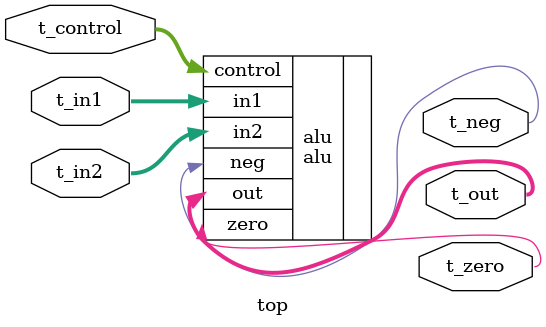
<source format=v>
/* ---------------------------- */
/* timescale */
`timescale 1ns/10ps

module top (
    input wire [31:0] t_in1,
    input wire [31:0] t_in2,
    input wire [3:0] t_control,
    output wire [31:0] t_out,
    output wire t_zero,
    output wire t_neg
);

// top 
alu alu(
    .in1(t_in1),
    .in2(t_in2),
    .control(t_control),
    .out(t_out),
    .zero(t_zero),
    .neg(t_neg)
);


endmodule

/* ------------END------------- */

</source>
